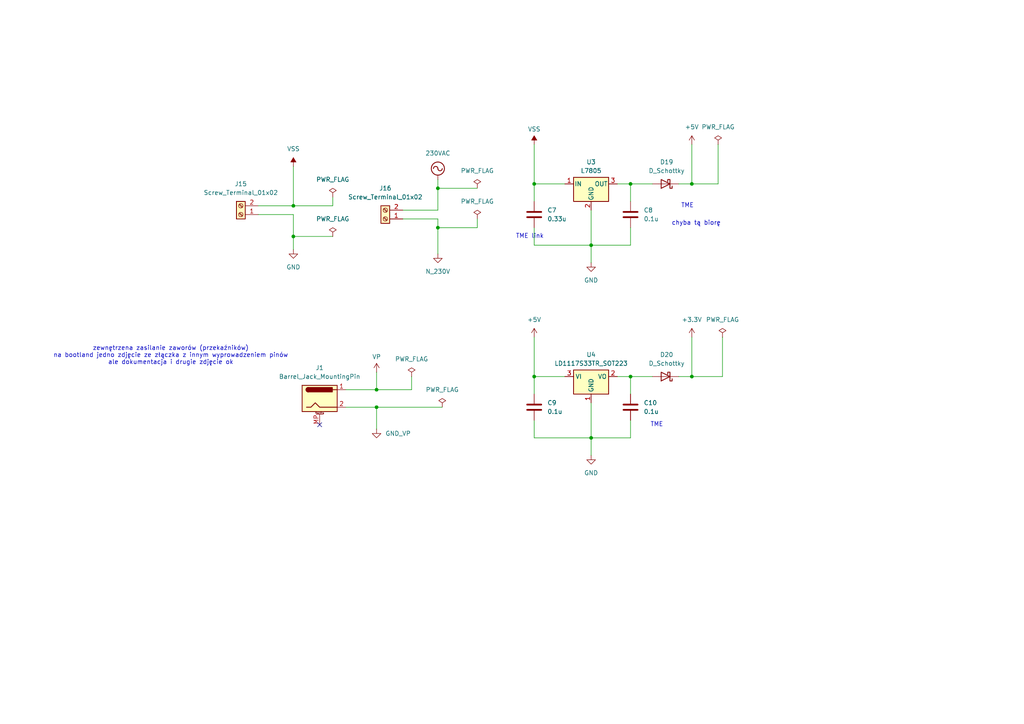
<source format=kicad_sch>
(kicad_sch (version 20250114) (generator "eeschema") (generator_version "9.0")
  (paper "A4")
  (title_block (title "Sterownik podlewania V1.1") (date "2025-10-09") (comment 1 "Praca inżynierska ") (comment 2 "Filip Gajewski"))
  (lib_symbols
    (symbol "Connector:Barrel_Jack_MountingPin" (pin_names (hide yes))
      (property "Reference" "J" (at 0 5.334 0))
      (property "Value" "Barrel_Jack_MountingPin" (at 1.27 -6.35 0))
      (symbol "Barrel_Jack_MountingPin_0_1"
        (rectangle (start -5.08 3.81) (end 5.08 -3.81) (stroke (width 0.254)) (fill (type background)))
        (polyline (pts (xy -3.81 -2.54) (xy -2.54 -2.54) (xy -1.27 -1.27) (xy 0 -2.54) (xy 2.54 -2.54) (xy 5.08 -2.54)) (stroke (width 0.254)))
        (arc (start -3.302 1.905) (mid -3.9343 2.54) (end -3.302 3.175) (stroke (width 0.254)))
        (arc (start -3.302 1.905) (mid -3.9343 2.54) (end -3.302 3.175) (stroke (width 0.254)) (fill (type outline)))
        (rectangle (start 3.683 3.175) (end -3.302 1.905) (stroke (width 0.254)) (fill (type outline)))
        (polyline (pts (xy 5.08 2.54) (xy 3.81 2.54)) (stroke (width 0.254)))
      )
      (symbol "Barrel_Jack_MountingPin_1_1"
        (polyline (pts (xy -1.016 -4.572) (xy 1.016 -4.572)) (stroke (width 0.1524)))
        (text "Mounting" (at 0 -4.191 0) (effects (font (size 0.381 0.381))))
        (pin passive line (at 0 -7.62 90) (length 3.048) (name "MountPin") (number "MP"))
        (pin passive line (at 7.62 2.54 180) (length 2.54) (name "~") (number "1"))
        (pin passive line (at 7.62 -2.54 180) (length 2.54) (name "~") (number "2"))
      )
    )
    (symbol "Connector:Screw_Terminal_01x02" (pin_names (offset 1.016) (hide yes))
      (property "Reference" "J" (at 0 2.54 0))
      (property "Value" "Screw_Terminal_01x02" (at 0 -5.08 0))
      (symbol "Screw_Terminal_01x02_1_1"
        (rectangle (start -1.27 1.27) (end 1.27 -3.81) (stroke (width 0.254)) (fill (type background)))
        (polyline (pts (xy -0.5334 0.3302) (xy 0.3302 -0.508)) (stroke (width 0.1524)))
        (polyline (pts (xy -0.5334 -2.2098) (xy 0.3302 -3.048)) (stroke (width 0.1524)))
        (polyline (pts (xy -0.3556 0.508) (xy 0.508 -0.3302)) (stroke (width 0.1524)))
        (polyline (pts (xy -0.3556 -2.032) (xy 0.508 -2.8702)) (stroke (width 0.1524)))
        (circle (center 0 0) (radius 0.635) (stroke (width 0.1524)))
        (circle (center 0 -2.54) (radius 0.635) (stroke (width 0.1524)))
        (pin passive line (at -5.08 0 0) (length 3.81) (name "Pin_1") (number "1"))
        (pin passive line (at -5.08 -2.54 0) (length 3.81) (name "Pin_2") (number "2"))
      )
    )
    (symbol "Device:C" (pin_numbers (hide yes)) (pin_names (offset 0.254))
      (property "Reference" "C" (at 0.635 2.54 0))
      (property "Value" "C" (at 0.635 -2.54 0))
      (symbol "C_0_1"
        (polyline (pts (xy -2.032 0.762) (xy 2.032 0.762)) (stroke (width 0.508)))
        (polyline (pts (xy -2.032 -0.762) (xy 2.032 -0.762)) (stroke (width 0.508)))
      )
      (symbol "C_1_1"
        (pin passive line (at 0 3.81 270) (length 2.794) (name "~") (number "1"))
        (pin passive line (at 0 -3.81 90) (length 2.794) (name "~") (number "2"))
      )
    )
    (symbol "Device:D_Schottky" (pin_numbers (hide yes)) (pin_names (offset 1.016) (hide yes))
      (property "Reference" "D" (at 0 2.54 0))
      (property "Value" "D_Schottky" (at 0 -2.54 0))
      (symbol "D_Schottky_0_1"
        (polyline (pts (xy -1.905 0.635) (xy -1.905 1.27) (xy -1.27 1.27) (xy -1.27 -1.27) (xy -0.635 -1.27) (xy -0.635 -0.635)) (stroke (width 0.254)))
        (polyline (pts (xy 1.27 1.27) (xy 1.27 -1.27) (xy -1.27 0) (xy 1.27 1.27)) (stroke (width 0.254)))
        (polyline (pts (xy 1.27 0) (xy -1.27 0)))
      )
      (symbol "D_Schottky_1_1"
        (pin passive line (at -3.81 0 0) (length 2.54) (name "K") (number "1"))
        (pin passive line (at 3.81 0 180) (length 2.54) (name "A") (number "2"))
      )
    )
    (symbol "Regulator_Linear:L7805" (pin_names (offset 0.254))
      (property "Reference" "U" (at -3.81 3.175 0))
      (property "Value" "L7805" (at 0 3.175 0))
      (symbol "L7805_0_1"
        (rectangle (start -5.08 1.905) (end 5.08 -5.08) (stroke (width 0.254)) (fill (type background)))
      )
      (symbol "L7805_1_1"
        (pin power_in line (at -7.62 0 0) (length 2.54) (name "IN") (number "1"))
        (pin power_in line (at 0 -7.62 90) (length 2.54) (name "GND") (number "2"))
        (pin power_out line (at 7.62 0 180) (length 2.54) (name "OUT") (number "3"))
      )
    )
    (symbol "Regulator_Linear:LD1117S33TR_SOT223"
      (property "Reference" "U" (at -3.81 3.175 0))
      (property "Value" "LD1117S33TR_SOT223" (at 0 3.175 0))
      (symbol "LD1117S33TR_SOT223_0_1"
        (rectangle (start -5.08 -5.08) (end 5.08 1.905) (stroke (width 0.254)) (fill (type background)))
      )
      (symbol "LD1117S33TR_SOT223_1_1"
        (pin power_in line (at -7.62 0 0) (length 2.54) (name "VI") (number "3"))
        (pin power_in line (at 0 -7.62 90) (length 2.54) (name "GND") (number "1"))
        (pin power_out line (at 7.62 0 180) (length 2.54) (name "VO") (number "2"))
      )
    )
    (symbol "power:+5V" (power) (pin_numbers (hide yes)) (pin_names (offset 0) (hide yes))
      (property "Value" "+5V" (at 0 3.556 0))
      (symbol "+5V_0_1"
        (polyline (pts (xy -0.762 1.27) (xy 0 2.54)))
        (polyline (pts (xy 0 2.54) (xy 0.762 1.27)))
        (polyline (pts (xy 0 0) (xy 0 2.54)))
      )
      (symbol "+5V_1_1"
        (pin power_in line (at 0 0 90) (length 0) (name "~") (number "1"))
      )
    )
    (symbol "power:AC" (power) (pin_numbers (hide yes)) (pin_names (offset 0) (hide yes))
      (property "Value" "AC" (at 0 6.35 0))
      (symbol "AC_0_1"
        (arc (start -1.27 3.175) (mid -0.635 3.8073) (end 0 3.175) (stroke (width 0.254)))
        (circle (center 0 3.175) (radius 1.905) (stroke (width 0.254)))
        (polyline (pts (xy 0 0) (xy 0 1.27)))
        (arc (start 1.27 3.175) (mid 0.635 2.5427) (end 0 3.175) (stroke (width 0.254)))
      )
      (symbol "AC_1_1"
        (pin power_in line (at 0 0 90) (length 0) (name "~") (number "1"))
      )
    )
    (symbol "power:GND" (power) (pin_numbers (hide yes)) (pin_names (offset 0) (hide yes))
      (property "Value" "GND" (at 0 -3.81 0))
      (symbol "GND_0_1"
        (polyline (pts (xy 0 0) (xy 0 -1.27) (xy 1.27 -1.27) (xy 0 -2.54) (xy -1.27 -1.27) (xy 0 -1.27)))
      )
      (symbol "GND_1_1"
        (pin power_in line (at 0 0 270) (length 0) (name "~") (number "1"))
      )
    )
    (symbol "power:PWR_FLAG" (power) (pin_numbers (hide yes)) (pin_names (offset 0) (hide yes))
      (property "Value" "PWR_FLAG" (at 0 3.81 0))
      (symbol "PWR_FLAG_0_0"
        (pin power_out line (at 0 0 90) (length 0) (name "~") (number "1"))
      )
      (symbol "PWR_FLAG_0_1"
        (polyline (pts (xy 0 0) (xy 0 1.27) (xy -1.016 1.905) (xy 0 2.54) (xy 1.016 1.905) (xy 0 1.27)))
      )
    )
    (symbol "power:VPP" (power) (pin_numbers (hide yes)) (pin_names (offset 0) (hide yes))
      (property "Value" "VPP" (at 0 3.556 0))
      (symbol "VPP_0_1"
        (polyline (pts (xy -0.762 1.27) (xy 0 2.54)))
        (polyline (pts (xy 0 2.54) (xy 0.762 1.27)))
        (polyline (pts (xy 0 0) (xy 0 2.54)))
      )
      (symbol "VPP_1_1"
        (pin power_in line (at 0 0 90) (length 0) (name "~") (number "1"))
      )
    )
    (symbol "power:VSS" (power) (pin_numbers (hide yes)) (pin_names (offset 0) (hide yes))
      (property "Value" "VSS" (at 0 3.556 0))
      (symbol "VSS_0_1"
        (polyline (pts (xy 0 0) (xy 0 2.54)))
        (polyline (pts (xy 0.762 1.27) (xy -0.762 1.27) (xy 0 2.54) (xy 0.762 1.27)) (fill (type outline)))
      )
      (symbol "VSS_1_1"
        (pin power_in line (at 0 0 90) (length 0) (name "~") (number "1"))
      )
    )
  )
  (text "TME link\n" (at 153.67 68.58 0) (effects (font (size 1.27 1.27))))
  (text "TME" (at 190.5 123.19 0) (effects (font (size 1.27 1.27))))
  (text "TME" (at 199.39 59.69 0) (effects (font (size 1.27 1.27))))
  (text "chyba tą biorę\n" (at 201.93 64.77 0) (effects (font (size 1.27 1.27))))
  (text "zewnętrzena zasilanie zaworów (przekaźników)\nna bootland jedno zdjęcie ze złączka z innym wyprowadzeniem pinów\nale dokumentacja i drugie zdjęcie ok\n\n" (at 49.53 104.14 0) (effects (font (size 1.27 1.27))))
  (junction (at 85.09 59.69))
  (junction (at 127 54.61))
  (junction (at 171.45 71.12))
  (junction (at 182.88 109.22))
  (junction (at 109.22 113.03))
  (junction (at 200.66 53.34))
  (junction (at 154.94 53.34))
  (junction (at 109.22 118.11))
  (junction (at 154.94 109.22))
  (junction (at 85.09 68.58))
  (junction (at 127 66.04))
  (junction (at 171.45 127))
  (junction (at 182.88 53.34))
  (junction (at 200.66 109.22))
  (no_connect (at 92.71 123.19))
  (wire (pts (xy 109.22 124.46) (xy 109.22 118.11)))
  (wire (pts (xy 127 54.61) (xy 127 60.96)))
  (wire (pts (xy 171.45 127) (xy 171.45 132.08)))
  (wire (pts (xy 109.22 107.95) (xy 109.22 113.03)))
  (wire (pts (xy 171.45 127) (xy 182.88 127)))
  (wire (pts (xy 154.94 114.3) (xy 154.94 109.22)))
  (wire (pts (xy 127 52.07) (xy 127 54.61)))
  (wire (pts (xy 154.94 127) (xy 154.94 121.92)))
  (wire (pts (xy 85.09 68.58) (xy 96.52 68.58)))
  (wire (pts (xy 200.66 41.91) (xy 200.66 53.34)))
  (wire (pts (xy 127 60.96) (xy 116.84 60.96)))
  (wire (pts (xy 74.93 59.69) (xy 85.09 59.69)))
  (wire (pts (xy 200.66 53.34) (xy 196.85 53.34)))
  (wire (pts (xy 100.33 113.03) (xy 109.22 113.03)))
  (wire (pts (xy 182.88 58.42) (xy 182.88 53.34)))
  (wire (pts (xy 171.45 71.12) (xy 171.45 76.2)))
  (wire (pts (xy 182.88 114.3) (xy 182.88 109.22)))
  (wire (pts (xy 154.94 58.42) (xy 154.94 53.34)))
  (wire (pts (xy 74.93 62.23) (xy 85.09 62.23)))
  (wire (pts (xy 182.88 121.92) (xy 182.88 127)))
  (wire (pts (xy 96.52 57.15) (xy 96.52 59.69)))
  (wire (pts (xy 109.22 118.11) (xy 128.27 118.11)))
  (wire (pts (xy 154.94 97.79) (xy 154.94 109.22)))
  (wire (pts (xy 85.09 68.58) (xy 85.09 72.39)))
  (wire (pts (xy 171.45 116.84) (xy 171.45 127)))
  (wire (pts (xy 189.23 109.22) (xy 182.88 109.22)))
  (wire (pts (xy 189.23 53.34) (xy 182.88 53.34)))
  (wire (pts (xy 200.66 109.22) (xy 200.66 97.79)))
  (wire (pts (xy 127 54.61) (xy 138.43 54.61)))
  (wire (pts (xy 208.28 41.91) (xy 208.28 53.34)))
  (wire (pts (xy 154.94 109.22) (xy 163.83 109.22)))
  (wire (pts (xy 200.66 109.22) (xy 209.55 109.22)))
  (wire (pts (xy 127 63.5) (xy 127 66.04)))
  (wire (pts (xy 154.94 71.12) (xy 154.94 66.04)))
  (wire (pts (xy 109.22 113.03) (xy 119.38 113.03)))
  (wire (pts (xy 208.28 53.34) (xy 200.66 53.34)))
  (wire (pts (xy 109.22 118.11) (xy 100.33 118.11)))
  (wire (pts (xy 154.94 53.34) (xy 163.83 53.34)))
  (wire (pts (xy 182.88 53.34) (xy 179.07 53.34)))
  (wire (pts (xy 154.94 41.91) (xy 154.94 53.34)))
  (wire (pts (xy 127 66.04) (xy 127 73.66)))
  (wire (pts (xy 119.38 109.22) (xy 119.38 113.03)))
  (wire (pts (xy 85.09 59.69) (xy 96.52 59.69)))
  (wire (pts (xy 127 63.5) (xy 116.84 63.5)))
  (wire (pts (xy 171.45 60.96) (xy 171.45 71.12)))
  (wire (pts (xy 85.09 48.26) (xy 85.09 59.69)))
  (wire (pts (xy 182.88 66.04) (xy 182.88 71.12)))
  (wire (pts (xy 127 66.04) (xy 138.43 66.04)))
  (wire (pts (xy 85.09 62.23) (xy 85.09 68.58)))
  (wire (pts (xy 154.94 71.12) (xy 171.45 71.12)))
  (wire (pts (xy 196.85 109.22) (xy 200.66 109.22)))
  (wire (pts (xy 209.55 97.79) (xy 209.55 109.22)))
  (wire (pts (xy 154.94 127) (xy 171.45 127)))
  (wire (pts (xy 182.88 109.22) (xy 179.07 109.22)))
  (wire (pts (xy 171.45 71.12) (xy 182.88 71.12)))
  (wire (pts (xy 138.43 63.5) (xy 138.43 66.04)))
  (symbol (lib_id "Connector:Barrel_Jack_MountingPin") (at 92.71 115.57 0) (unit 1)
    (property "Reference" "J1" (at 92.71 106.68 0))
    (property "Value" "Barrel_Jack_MountingPin" (at 92.71 109.22 0))
    (property "Footprint" "Connector_BarrelJack:BarrelJack_GCT_DCJ200-10-A_Horizontal" (effects (hide yes)))
    (property "Description" "DC Barrel Jack with a mounting pin" (effects (hide yes)))
  )
  (symbol (lib_id "power:GND") (at 171.45 132.08 0) (unit 1)
    (property "Reference" "#PWR074" (effects (hide yes)))
    (property "Value" "GND" (at 171.45 137.16 0))
    (property "Description" "Power symbol creates a global label with name \"GND\" , ground" (effects (hide yes)))
  )
  (symbol (lib_id "power:VSS") (at 154.94 41.91 0) (unit 1)
    (property "Reference" "#PWR077" (effects (hide yes)))
    (property "Value" "VSS" (at 154.94 37.465 0))
    (property "Description" "Power symbol creates a global label with name \"VSS\"" (effects (hide yes)))
  )
  (symbol (lib_id "Regulator_Linear:L7805") (at 171.45 53.34 0) (unit 1)
    (property "Reference" "U3" (at 171.45 46.99 0))
    (property "Value" "L7805" (at 171.45 49.53 0))
    (property "Footprint" "Package_TO_SOT_THT:TO-220-3_Vertical" (effects (hide yes)))
    (property "Datasheet" "http://www.st.com/content/ccc/resource/technical/document/datasheet/41/4f/b3/b0/12/d4/47/88/CD00000444.pdf/files/CD00000444.pdf/jcr:content/translations/en.CD00000444.pdf" (effects (hide yes)))
    (property "Description" "Positive 1.5A 35V Linear Regulator, Fixed Output 5V, TO-220/TO-263/TO-252" (effects (hide yes)))
  )
  (symbol (lib_id "power:PWR_FLAG") (at 138.43 63.5 0) (unit 1)
    (property "Reference" "#FLG07" (effects (hide yes)))
    (property "Value" "PWR_FLAG" (at 138.43 58.42 0))
    (property "Description" "Special symbol for telling ERC where power comes from" (effects (hide yes)))
  )
  (symbol (lib_id "Device:C") (at 154.94 62.23 0) (unit 1)
    (property "Reference" "C7" (at 158.75 60.9599 0) (effects (justify left)))
    (property "Value" "0.33u" (at 158.75 63.4999 0) (effects (justify left)))
    (property "Footprint" "Capacitor_SMD:CP_Elec_4x5.4" (effects (hide yes)))
    (property "Description" "Unpolarized capacitor" (effects (hide yes)))
  )
  (symbol (lib_id "power:PWR_FLAG") (at 119.38 109.22 0) (unit 1)
    (property "Reference" "#FLG09" (effects (hide yes)))
    (property "Value" "PWR_FLAG" (at 119.38 104.14 0))
    (property "Description" "Special symbol for telling ERC where power comes from" (effects (hide yes)))
  )
  (symbol (lib_id "power:VPP") (at 109.22 107.95 0) (unit 1)
    (property "Reference" "#PWR03" (effects (hide yes)))
    (property "Value" "VP" (at 109.22 103.505 0))
    (property "Description" "Power symbol creates a global label with name \"VPP\"" (effects (hide yes)))
  )
  (symbol (lib_id "power:+5V") (at 200.66 97.79 0) (unit 1)
    (property "Reference" "#PWR073" (effects (hide yes)))
    (property "Value" "+3.3V" (at 200.66 92.71 0))
    (property "Description" "Power symbol creates a global label with name \"+5V\"" (effects (hide yes)))
  )
  (symbol (lib_id "Device:C") (at 182.88 118.11 0) (unit 1)
    (property "Reference" "C10" (at 186.69 116.8399 0) (effects (justify left)))
    (property "Value" "0.1u" (at 186.69 119.3799 0) (effects (justify left)))
    (property "Footprint" "Capacitor_THT:C_Disc_D3.0mm_W1.6mm_P2.50mm" (effects (hide yes)))
    (property "Description" "Unpolarized capacitor" (effects (hide yes)))
  )
  (symbol (lib_id "power:GND") (at 85.09 72.39 0) (unit 1)
    (property "Reference" "#PWR069" (effects (hide yes)))
    (property "Value" "GND" (at 85.09 77.47 0))
    (property "Description" "Power symbol creates a global label with name \"GND\" , ground" (effects (hide yes)))
  )
  (symbol (lib_id "power:PWR_FLAG") (at 96.52 68.58 0) (unit 1)
    (property "Reference" "#FLG04" (effects (hide yes)))
    (property "Value" "PWR_FLAG" (at 96.52 63.5 0))
    (property "Description" "Special symbol for telling ERC where power comes from" (effects (hide yes)))
  )
  (symbol (lib_id "power:PWR_FLAG") (at 96.52 57.15 0) (unit 1)
    (property "Reference" "#FLG06" (effects (hide yes)))
    (property "Value" "PWR_FLAG" (at 96.52 52.07 0))
    (property "Description" "Special symbol for telling ERC where power comes from" (effects (hide yes)))
  )
  (symbol (lib_id "power:PWR_FLAG") (at 209.55 97.79 0) (unit 1)
    (property "Reference" "#FLG02" (effects (hide yes)))
    (property "Value" "PWR_FLAG" (at 209.55 92.71 0))
    (property "Description" "Special symbol for telling ERC where power comes from" (effects (hide yes)))
  )
  (symbol (lib_id "Regulator_Linear:LD1117S33TR_SOT223") (at 171.45 109.22 0) (unit 1)
    (property "Reference" "U4" (at 171.45 102.87 0))
    (property "Value" "LD1117S33TR_SOT223" (at 171.45 105.41 0))
    (property "Footprint" "Package_TO_SOT_SMD:SOT-223" (effects (hide yes)))
    (property "Datasheet" "http://www.st.com/st-web-ui/static/active/en/resource/technical/document/datasheet/CD00000544.pdf" (effects (hide yes)))
    (property "Description" "800mA Fixed Low Drop Positive Voltage Regulator, Fixed Output 3.3V, SOT-223" (effects (hide yes)))
  )
  (symbol (lib_id "power:GND") (at 127 73.66 0) (unit 1)
    (property "Reference" "#PWR070" (effects (hide yes)))
    (property "Value" "N_230V" (at 127 78.74 0))
    (property "Description" "Power symbol creates a global label with name \"GND\" , ground" (effects (hide yes)))
  )
  (symbol (lib_id "Device:C") (at 182.88 62.23 0) (unit 1)
    (property "Reference" "C8" (at 186.69 60.9599 0) (effects (justify left)))
    (property "Value" "0.1u" (at 186.69 63.4999 0) (effects (justify left)))
    (property "Footprint" "Capacitor_THT:C_Disc_D3.0mm_W1.6mm_P2.50mm" (effects (hide yes)))
    (property "Description" "Unpolarized capacitor" (effects (hide yes)))
  )
  (symbol (lib_id "power:GND") (at 109.22 124.46 0) (unit 1)
    (property "Reference" "#PWR04" (effects (hide yes)))
    (property "Value" "GND_VP" (at 111.76 125.7299 0) (effects (justify left)))
    (property "Description" "Power symbol creates a global label with name \"GND\" , ground" (effects (hide yes)))
  )
  (symbol (lib_id "power:+5V") (at 154.94 97.79 0) (unit 1)
    (property "Reference" "#PWR072" (effects (hide yes)))
    (property "Value" "+5V" (at 154.94 92.71 0))
    (property "Description" "Power symbol creates a global label with name \"+5V\"" (effects (hide yes)))
  )
  (symbol (lib_id "power:AC") (at 127 52.07 0) (unit 1)
    (property "Reference" "#PWR039" (effects (hide yes)))
    (property "Value" "230VAC" (at 127 44.45 0))
    (property "Description" "Power symbol creates a global label with name \"AC\"" (effects (hide yes)))
  )
  (symbol (lib_id "power:+5V") (at 200.66 41.91 0) (unit 1)
    (property "Reference" "#PWR068" (effects (hide yes)))
    (property "Value" "+5V" (at 200.66 36.83 0))
    (property "Description" "Power symbol creates a global label with name \"+5V\"" (effects (hide yes)))
  )
  (symbol (lib_id "power:GND") (at 171.45 76.2 0) (unit 1)
    (property "Reference" "#PWR071" (effects (hide yes)))
    (property "Value" "GND" (at 171.45 81.28 0))
    (property "Description" "Power symbol creates a global label with name \"GND\" , ground" (effects (hide yes)))
  )
  (symbol (lib_id "Connector:Screw_Terminal_01x02") (at 69.85 62.23 180) (unit 1)
    (property "Reference" "J15" (at 69.85 53.34 0))
    (property "Value" "Screw_Terminal_01x02" (at 69.85 55.88 0))
    (property "Footprint" "TerminalBlock:TerminalBlock_MaiXu_MX126-5.0-02P_1x02_P5.00mm" (effects (hide yes)))
    (property "Description" "Generic screw terminal, single row, 01x02, script generated (kicad-library-utils/schlib/autogen/connector/)" (effects (hide yes)))
  )
  (symbol (lib_id "power:PWR_FLAG") (at 138.43 54.61 0) (unit 1)
    (property "Reference" "#FLG08" (effects (hide yes)))
    (property "Value" "PWR_FLAG" (at 138.43 49.53 0))
    (property "Description" "Special symbol for telling ERC where power comes from" (effects (hide yes)))
  )
  (symbol (lib_id "Device:D_Schottky") (at 193.04 109.22 180) (unit 1)
    (property "Reference" "D20" (at 193.3575 102.87 0))
    (property "Value" "D_Schottky" (at 193.3575 105.41 0))
    (property "Footprint" "Diode_SMD:D_1206_3216Metric" (effects (hide yes)))
    (property "Description" "Schottky diode" (effects (hide yes)))
  )
  (symbol (lib_id "power:PWR_FLAG") (at 128.27 118.11 0) (unit 1)
    (property "Reference" "#FLG010" (effects (hide yes)))
    (property "Value" "PWR_FLAG" (at 128.27 113.03 0))
    (property "Description" "Special symbol for telling ERC where power comes from" (effects (hide yes)))
  )
  (symbol (lib_id "power:VSS") (at 85.09 48.26 0) (unit 1)
    (property "Reference" "#PWR042" (effects (hide yes)))
    (property "Value" "VSS" (at 85.09 43.18 0))
    (property "Description" "Power symbol creates a global label with name \"VSS\"" (effects (hide yes)))
  )
  (symbol (lib_id "Device:C") (at 154.94 118.11 0) (unit 1)
    (property "Reference" "C9" (at 158.75 116.8399 0) (effects (justify left)))
    (property "Value" "0.1u" (at 158.75 119.3799 0) (effects (justify left)))
    (property "Footprint" "Capacitor_THT:C_Disc_D3.0mm_W1.6mm_P2.50mm" (effects (hide yes)))
    (property "Description" "Unpolarized capacitor" (effects (hide yes)))
  )
  (symbol (lib_id "power:PWR_FLAG") (at 208.28 41.91 0) (unit 1)
    (property "Reference" "#FLG01" (effects (hide yes)))
    (property "Value" "PWR_FLAG" (at 208.28 36.83 0))
    (property "Description" "Special symbol for telling ERC where power comes from" (effects (hide yes)))
  )
  (symbol (lib_id "Device:D_Schottky") (at 193.04 53.34 180) (unit 1)
    (property "Reference" "D19" (at 193.3575 46.99 0))
    (property "Value" "D_Schottky" (at 193.3575 49.53 0))
    (property "Footprint" "Diode_SMD:D_1206_3216Metric" (effects (hide yes)))
    (property "Description" "Schottky diode" (effects (hide yes)))
  )
  (symbol (lib_id "Connector:Screw_Terminal_01x02") (at 111.76 63.5 180) (unit 1)
    (property "Reference" "J16" (at 111.76 54.61 0))
    (property "Value" "Screw_Terminal_01x02" (at 111.76 57.15 0))
    (property "Footprint" "TerminalBlock:TerminalBlock_MaiXu_MX126-5.0-02P_1x02_P5.00mm" (effects (hide yes)))
    (property "Description" "Generic screw terminal, single row, 01x02, script generated (kicad-library-utils/schlib/autogen/connector/)" (effects (hide yes)))
  )
)
</source>
